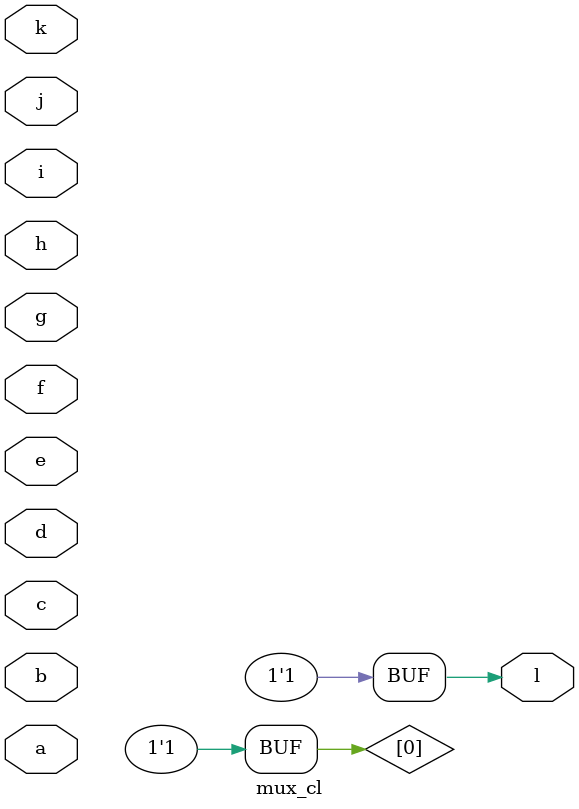
<source format=v>
/* Generated by Yosys 0.9 (git sha1 1979e0b1, gcc 8.3.0-6 -fPIC -Os) */

(* src = "cmlexamples/cm152a_orig.v:2" *)
(* top =  1  *)
module mux_cl(a, b, c, d, e, f, g, h, i, j, k, l);
  wire _00_;
  wire _01_;
  wire _02_;
  wire _03_;
  wire _04_;
  wire _05_;
  wire _06_;
  wire _07_;
  wire _08_;
  wire _09_;
  wire _10_;
  wire _11_;
  wire _12_;
  wire _13_;
  wire _14_;
  wire _15_;
  wire _16_;
  (* src = "cmlexamples/cm152a_orig.v:17" *)
  wire \[0] ;
  (* src = "cmlexamples/cm152a_orig.v:3" *)
  input a;
  (* src = "cmlexamples/cm152a_orig.v:3" *)
  input b;
  (* src = "cmlexamples/cm152a_orig.v:3" *)
  input c;
  (* src = "cmlexamples/cm152a_orig.v:3" *)
  input d;
  (* src = "cmlexamples/cm152a_orig.v:3" *)
  input e;
  (* src = "cmlexamples/cm152a_orig.v:3" *)
  input f;
  (* src = "cmlexamples/cm152a_orig.v:3" *)
  input g;
  (* src = "cmlexamples/cm152a_orig.v:3" *)
  input h;
  (* src = "cmlexamples/cm152a_orig.v:3" *)
  input i;
  (* src = "cmlexamples/cm152a_orig.v:3" *)
  input j;
  (* src = "cmlexamples/cm152a_orig.v:3" *)
  input k;
  (* src = "cmlexamples/cm152a_orig.v:15" *)
  output l;
  assign _05_ = _03_ & _09_;
  assign _10_ = _04_ & 1'h0;
  assign _16_ = _05_ & _10_;
  assign _06_ = k & h;
  assign _11_ = i & j;
  assign _00_ = _06_ & _11_;
  assign _12_ = k & g;
  assign _13_ = j & _12_;
  assign _01_ = _07_ & _13_;
  assign _14_ = i & f;
  assign _15_ = k & _14_;
  assign _02_ = _08_ & _15_;
  assign _04_ = ~_00_;
  assign _03_ = ~_01_;
  assign _09_ = ~_02_;
  assign l = ~_16_;
  assign _07_ = ~i;
  assign _08_ = ~j;
  assign \[0]  = l;
endmodule

</source>
